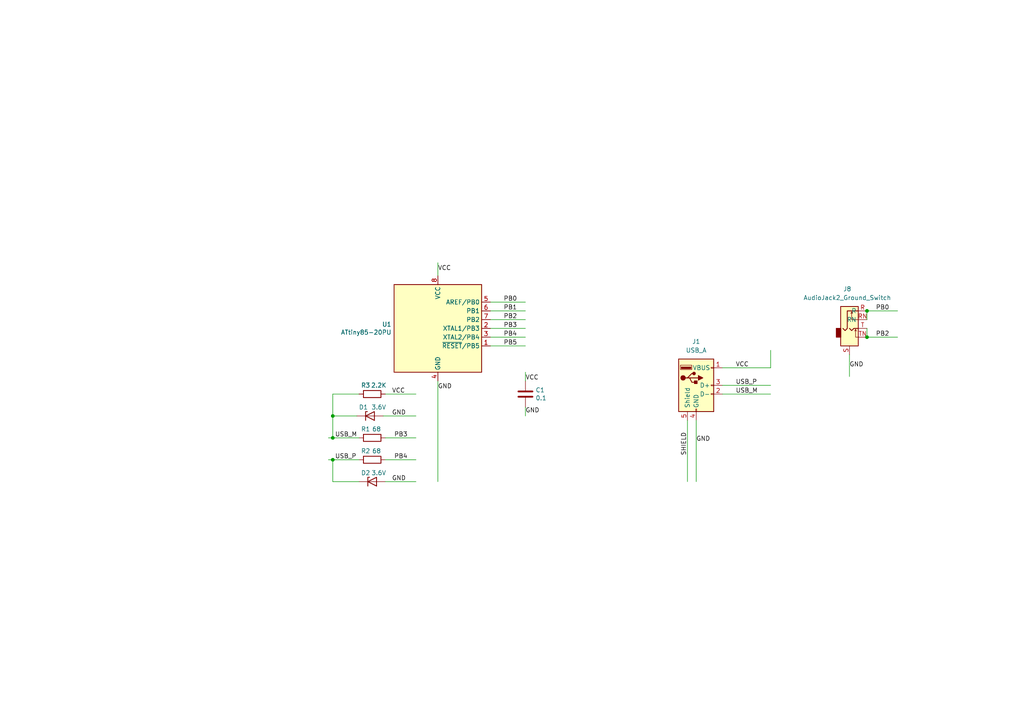
<source format=kicad_sch>
(kicad_sch (version 20211123) (generator eeschema)
  (paper "A4")
  (title_block (title "USB-to-pedals adapter (Digispark-compatible)"))
  (lib_symbols
    (symbol "Connector:AudioJack2_Ground_Switch"
      (property "Reference" "J8" (at -0.635 11.43 0))
      (property "Value" "AudioJack2_Ground_Switch" (at -0.635 8.89 0))
      (symbol "AudioJack2_Ground_Switch_0_1"
        (rectangle (start -2.54 -2.54) (end -3.81 0) (stroke (width 0.254)) (fill (type outline)))
        (rectangle (start 2.54 6.35) (end -2.54 -5.08) (stroke (width 0.254)) (fill (type background)))
      )
      (symbol "AudioJack2_Ground_Switch_1_1"
        (polyline (pts (xy 0.635 4.826) (xy 0.889 4.318)))
        (polyline (pts (xy 1.778 -0.254) (xy 2.032 -0.762)))
        (polyline (pts (xy 0 0) (xy 0.635 -0.635) (xy 1.27 0) (xy 2.54 0)) (stroke (width 0.254)))
        (polyline (pts (xy 2.54 -2.54) (xy 1.778 -2.54) (xy 1.778 -0.254) (xy 1.524 -0.762)))
        (polyline (pts (xy 2.54 2.54) (xy 0.635 2.54) (xy 0.635 4.826) (xy 0.381 4.318)))
        (polyline (pts (xy 2.54 5.08) (xy -0.635 5.08) (xy -0.635 0) (xy -1.27 -0.635) (xy -1.905 0)) (stroke (width 0.254)))
        (pin passive line (at 5.08 5.08 180) (length 2.54) (name "R") (number "R"))
        (pin passive line (at 5.08 2.54 180) (length 2.54) (name "RN") (number "RN"))
        (pin passive line (at 0 -7.62 90) (length 2.54) (name "~") (number "S"))
        (pin passive line (at 5.08 0 180) (length 2.54) (name "~") (number "T"))
        (pin passive line (at 5.08 -2.54 180) (length 2.54) (name "~") (number "TN"))
      )
    )
    (symbol "Connector:USB_A" (pin_names (offset 1.016))
      (property "Reference" "J" (at -5.08 11.43 0))
      (property "Value" "USB_A" (at -5.08 8.89 0))
      (symbol "USB_A_0_1"
        (rectangle (start -5.08 -7.62) (end 5.08 7.62) (stroke (width 0.254)) (fill (type background)))
        (circle (center -3.81 2.159) (radius 0.635) (stroke (width 0.254)) (fill (type outline)))
        (rectangle (start -1.524 4.826) (end -4.318 5.334) (fill (type outline)))
        (rectangle (start -1.27 4.572) (end -4.572 5.842))
        (circle (center -0.635 3.429) (radius 0.381) (stroke (width 0.254)) (fill (type outline)))
        (rectangle (start -0.127 -7.62) (end 0.127 -6.858))
        (polyline (pts (xy -3.175 2.159) (xy -2.54 2.159) (xy -1.27 3.429) (xy -0.635 3.429)) (stroke (width 0.254)))
        (polyline (pts (xy -2.54 2.159) (xy -1.905 2.159) (xy -1.27 0.889) (xy 0 0.889)) (stroke (width 0.254)))
        (polyline (pts (xy 0.635 2.794) (xy 0.635 1.524) (xy 1.905 2.159) (xy 0.635 2.794)) (stroke (width 0.254)) (fill (type outline)))
        (rectangle (start 0.254 1.27) (end -0.508 0.508) (stroke (width 0.254)) (fill (type outline)))
        (rectangle (start 5.08 -2.667) (end 4.318 -2.413))
        (rectangle (start 5.08 -0.127) (end 4.318 0.127))
        (rectangle (start 5.08 4.953) (end 4.318 5.207))
      )
      (symbol "USB_A_1_1"
        (polyline (pts (xy -1.905 2.159) (xy 0.635 2.159)) (stroke (width 0.254)))
        (pin power_in line (at 7.62 5.08 180) (length 2.54) (name "VBUS") (number "1"))
        (pin bidirectional line (at 7.62 -2.54 180) (length 2.54) (name "D-") (number "2"))
        (pin bidirectional line (at 7.62 0 180) (length 2.54) (name "D+") (number "3"))
        (pin power_in line (at 0 -10.16 90) (length 2.54) (name "GND") (number "4"))
        (pin passive line (at -2.54 -10.16 90) (length 2.54) (name "Shield") (number "5"))
      )
    )
    (symbol "Device:C" (pin_numbers hide) (pin_names (offset 0.254))
      (property "Reference" "C" (at 0.635 2.54 0))
      (property "Value" "C" (at 0.635 -2.54 0))
      (symbol "C_0_1"
        (polyline (pts (xy -2.032 -0.762) (xy 2.032 -0.762)) (stroke (width 0.508)))
        (polyline (pts (xy -2.032 0.762) (xy 2.032 0.762)) (stroke (width 0.508)))
      )
      (symbol "C_1_1"
        (pin passive line (at 0 3.81 270) (length 2.794) (name "~") (number "1"))
        (pin passive line (at 0 -3.81 90) (length 2.794) (name "~") (number "2"))
      )
    )
    (symbol "Device:D_Zener" (pin_numbers hide) (pin_names (offset 1.016) hide)
      (property "Reference" "D" (at 0 2.54 0))
      (property "Value" "D_Zener" (at 0 -2.54 0))
      (symbol "D_Zener_0_1"
        (polyline (pts (xy 1.27 0) (xy -1.27 0)))
        (polyline (pts (xy -1.27 -1.27) (xy -1.27 1.27) (xy -0.762 1.27)) (stroke (width 0.254)))
        (polyline (pts (xy 1.27 -1.27) (xy 1.27 1.27) (xy -1.27 0) (xy 1.27 -1.27)) (stroke (width 0.254)))
      )
      (symbol "D_Zener_1_1"
        (pin passive line (at -3.81 0 0) (length 2.54) (name "K") (number "1"))
        (pin passive line (at 3.81 0 180) (length 2.54) (name "A") (number "2"))
      )
    )
    (symbol "Device:R" (pin_numbers hide) (pin_names (offset 0))
      (property "Reference" "R" (at 2.032 0 90))
      (property "Value" "R" (at 0 0 90))
      (symbol "R_0_1"
        (rectangle (start -1.016 -2.54) (end 1.016 2.54) (stroke (width 0.254)))
      )
      (symbol "R_1_1"
        (pin passive line (at 0 3.81 270) (length 1.27) (name "~") (number "1"))
        (pin passive line (at 0 -3.81 90) (length 1.27) (name "~") (number "2"))
      )
    )
    (symbol "usb-ps2-rescue:ATtiny85-20PU-MCU_Microchip_ATtiny"
      (property "Reference" "U" (at -12.7 13.97 0))
      (property "Value" "ATtiny85-20PU-MCU_Microchip_ATtiny" (at 2.54 -13.97 0))
      (symbol "ATtiny85-20PU-MCU_Microchip_ATtiny_0_1"
        (rectangle (start -12.7 -12.7) (end 12.7 12.7) (stroke (width 0.254)) (fill (type background)))
      )
      (symbol "ATtiny85-20PU-MCU_Microchip_ATtiny_1_1"
        (pin bidirectional line (at 15.24 -5.08 180) (length 2.54) (name "~{RESET}/PB5") (number "1"))
        (pin bidirectional line (at 15.24 0 180) (length 2.54) (name "XTAL1/PB3") (number "2"))
        (pin bidirectional line (at 15.24 -2.54 180) (length 2.54) (name "XTAL2/PB4") (number "3"))
        (pin power_in line (at 0 -15.24 90) (length 2.54) (name "GND") (number "4"))
        (pin bidirectional line (at 15.24 7.62 180) (length 2.54) (name "AREF/PB0") (number "5"))
        (pin bidirectional line (at 15.24 5.08 180) (length 2.54) (name "PB1") (number "6"))
        (pin bidirectional line (at 15.24 2.54 180) (length 2.54) (name "PB2") (number "7"))
        (pin power_in line (at 0 15.24 270) (length 2.54) (name "VCC") (number "8"))
      )
    )
  )
  (junction (at 96.52 127))
  (junction (at 251.46 90.17))
  (junction (at 96.52 133.35))
  (junction (at 251.46 97.79))
  (junction (at 96.52 120.65))
  (wire (pts (xy 251.46 90.17) (xy 251.46 92.71)))
  (wire (pts (xy 96.52 139.7) (xy 96.52 133.35)))
  (wire (pts (xy 104.14 114.3) (xy 96.52 114.3)))
  (wire (pts (xy 104.14 139.7) (xy 96.52 139.7)))
  (wire (pts (xy 142.24 87.63) (xy 152.4 87.63)))
  (wire (pts (xy 142.24 95.25) (xy 152.4 95.25)))
  (wire (pts (xy 127 80.01) (xy 127 76.2)))
  (wire (pts (xy 111.76 114.3) (xy 120.65 114.3)))
  (wire (pts (xy 199.39 121.92) (xy 199.39 139.7)))
  (wire (pts (xy 209.55 114.3) (xy 223.52 114.3)))
  (wire (pts (xy 142.24 97.79) (xy 152.4 97.79)))
  (wire (pts (xy 142.24 100.33) (xy 152.4 100.33)))
  (wire (pts (xy 111.76 127) (xy 120.65 127)))
  (wire (pts (xy 251.46 95.25) (xy 251.46 97.79)))
  (wire (pts (xy 142.24 90.17) (xy 152.4 90.17)))
  (wire (pts (xy 142.24 92.71) (xy 152.4 92.71)))
  (wire (pts (xy 251.46 97.79) (xy 260.35 97.79)))
  (wire (pts (xy 96.52 114.3) (xy 96.52 120.65)))
  (wire (pts (xy 104.14 133.35) (xy 96.52 133.35)))
  (wire (pts (xy 111.76 139.7) (xy 120.65 139.7)))
  (wire (pts (xy 111.125 120.65) (xy 120.65 120.65)))
  (wire (pts (xy 246.38 102.87) (xy 246.38 109.22)))
  (wire (pts (xy 209.55 106.68) (xy 223.52 106.68)))
  (wire (pts (xy 127 110.49) (xy 127 139.7)))
  (wire (pts (xy 96.52 127) (xy 95.25 127)))
  (wire (pts (xy 103.505 120.65) (xy 96.52 120.65)))
  (wire (pts (xy 223.52 106.68) (xy 223.52 101.6)))
  (wire (pts (xy 251.46 90.17) (xy 260.35 90.17)))
  (wire (pts (xy 104.14 127) (xy 96.52 127)))
  (wire (pts (xy 111.76 133.35) (xy 120.65 133.35)))
  (wire (pts (xy 201.93 121.92) (xy 201.93 139.7)))
  (wire (pts (xy 96.52 120.65) (xy 96.52 127)))
  (wire (pts (xy 152.4 110.49) (xy 152.4 107.95)))
  (wire (pts (xy 152.4 118.11) (xy 152.4 120.65)))
  (wire (pts (xy 209.55 111.76) (xy 223.52 111.76)))
  (wire (pts (xy 96.52 133.35) (xy 95.25 133.35)))
  (label "PB2" (at 254 97.79 0))
  (label "GND" (at 113.665 120.65 0))
  (label "GND" (at 127 113.03 0))
  (label "VCC" (at 113.665 114.3 0))
  (label "PB3" (at 146.05 95.25 0))
  (label "PB5" (at 146.05 100.33 0))
  (label "PB0" (at 254 90.17 0))
  (label "PB4" (at 114.3 133.35 0))
  (label "GND" (at 201.93 128.27 0))
  (label "GND" (at 113.665 139.7 0))
  (label "USB_P" (at 97.155 133.35 0))
  (label "USB_M" (at 213.36 114.3 0))
  (label "PB1" (at 146.05 90.17 0))
  (label "VCC" (at 213.36 106.68 0))
  (label "GND" (at 152.4 120.015 0))
  (label "SHIELD" (at 199.39 132.08 90))
  (label "PB2" (at 146.05 92.71 0))
  (label "VCC" (at 152.4 110.49 0))
  (label "PB3" (at 114.3 127 0))
  (label "PB0" (at 146.05 87.63 0))
  (label "VCC" (at 127 78.74 0))
  (label "GND" (at 246.38 106.68 0))
  (label "USB_P" (at 213.36 111.76 0))
  (label "USB_M" (at 97.155 127 0))
  (label "PB4" (at 146.05 97.79 0))
  (symbol (lib_id "usb-ps2-rescue:ATtiny85-20PU-MCU_Microchip_ATtiny") (at 127 95.25 0) (unit 1)
    (property "Reference" "U1" (at 113.5634 94.0816 0) (effects (justify right)))
    (property "Value" "ATtiny85-20PU" (at 113.5634 96.393 0) (effects (justify right)))
    (property "Footprint" "Package_DIP:DIP-8_W7.62mm" (effects hide))
    (property "Datasheet" "http://ww1.microchip.com/downloads/en/DeviceDoc/atmel-2586-avr-8-bit-microcontroller-attiny25-attiny45-attiny85_datasheet.pdf" (effects hide))
  )
  (symbol (lib_id "Device:R") (at 107.95 127 270) (unit 1)
    (property "Reference" "R1" (at 106.045 124.46 90))
    (property "Value" "68" (at 109.22 124.46 90))
    (property "Footprint" "Resistor_THT:R_Axial_DIN0204_L3.6mm_D1.6mm_P7.62mm_Horizontal" (effects hide))
  )
  (symbol (lib_id "Device:R") (at 107.95 133.35 270) (unit 1)
    (property "Reference" "R2" (at 106.045 130.81 90))
    (property "Value" "68" (at 109.22 130.81 90))
    (property "Footprint" "Resistor_THT:R_Axial_DIN0204_L3.6mm_D1.6mm_P7.62mm_Horizontal" (effects hide))
  )
  (symbol (lib_id "Device:D_Zener") (at 107.315 120.65 0) (unit 1)
    (property "Reference" "D1" (at 105.41 118.11 0))
    (property "Value" "3.6V" (at 109.855 118.11 0))
    (property "Footprint" "Diode_THT:D_DO-34_SOD68_P7.62mm_Horizontal" (effects hide))
  )
  (symbol (lib_id "Device:D_Zener") (at 107.95 139.7 0) (unit 1)
    (property "Reference" "D2" (at 106.045 137.16 0))
    (property "Value" "3.6V" (at 109.855 137.16 0))
    (property "Footprint" "Diode_THT:D_DO-34_SOD68_P7.62mm_Horizontal" (effects hide))
  )
  (symbol (lib_id "Device:R") (at 107.95 114.3 270) (unit 1)
    (property "Reference" "R3" (at 106.045 111.76 90))
    (property "Value" "2.2K" (at 109.855 111.76 90))
    (property "Footprint" "Resistor_SMD:R_0805_2012Metric_Pad1.20x1.40mm_HandSolder" (effects hide))
  )
  (symbol (lib_id "Device:C") (at 152.4 114.3 0) (unit 1)
    (property "Reference" "C1" (at 155.321 113.1316 0) (effects (justify left)))
    (property "Value" "0.1" (at 155.321 115.443 0) (effects (justify left)))
    (property "Footprint" "Capacitor_SMD:C_0805_2012Metric_Pad1.18x1.45mm_HandSolder" (effects hide))
  )
  (symbol (lib_id "Connector:USB_A") (at 201.93 111.76 0) (unit 1)
    (property "Reference" "J1" (at 201.93 99.06 0))
    (property "Value" "USB_A" (at 201.93 101.6 0))
    (property "Footprint" "Connector_USB:USB_A_CONNFLY_DS1095-WNR0" (effects hide))
    (property "Datasheet" " ~" (effects hide))
  )
  (symbol (lib_id "Connector:AudioJack2_Ground_Switch") (at 246.38 95.25 0) (unit 1)
    (property "Reference" "J8" (at 245.745 83.82 0))
    (property "Value" "AudioJack2_Ground_Switch" (at 245.745 86.36 0))
    (property "Footprint" "Connector_Audio:Jack_3.5mm_CUI_SJ1-3525N_Horizontal" (effects hide))
  )
)
</source>
